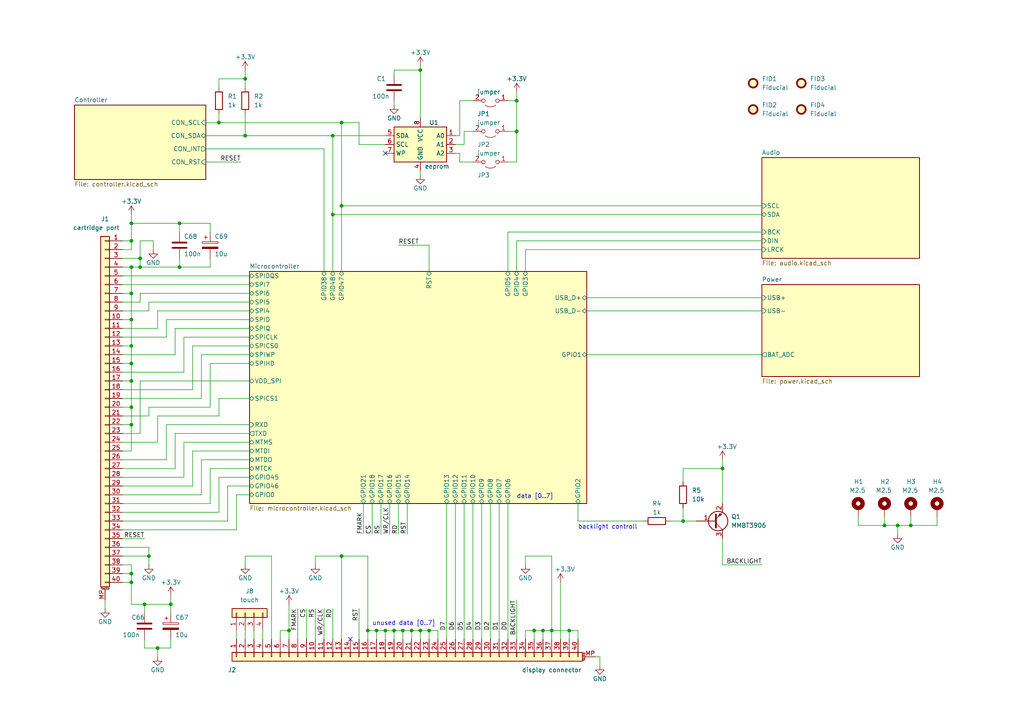
<source format=kicad_sch>
(kicad_sch (version 20211123) (generator eeschema)
  (paper "A4")
  (title_block (title "AirBoy") (date "2023-03-31") (rev "2.1A") (company "AirBoy Company (Piotr Mijakowski)"))
  (lib_symbols
    (symbol "Connector_Generic:Conn_01x04" (pin_names (offset 1.016) hide)
      (property "Reference" "J" (at 0 5.08 0))
      (property "Value" "Conn_01x04" (at 0 -7.62 0))
      (symbol "Conn_01x04_1_1"
        (rectangle (start -1.27 -4.953) (end 0 -5.207) (stroke (width 0.1524)))
        (rectangle (start -1.27 -2.413) (end 0 -2.667) (stroke (width 0.1524)))
        (rectangle (start -1.27 0.127) (end 0 -0.127) (stroke (width 0.1524)))
        (rectangle (start -1.27 2.667) (end 0 2.413) (stroke (width 0.1524)))
        (rectangle (start -1.27 3.81) (end 1.27 -6.35) (stroke (width 0.254)) (fill (type background)))
        (pin passive line (at -5.08 2.54 0) (length 3.81) (name "Pin_1") (number "1"))
        (pin passive line (at -5.08 0 0) (length 3.81) (name "Pin_2") (number "2"))
        (pin passive line (at -5.08 -2.54 0) (length 3.81) (name "Pin_3") (number "3"))
        (pin passive line (at -5.08 -5.08 0) (length 3.81) (name "Pin_4") (number "4"))
      )
    )
    (symbol "Connector_Generic_MountingPin:Conn_01x40_MountingPin" (pin_names (offset 1.016) hide)
      (property "Reference" "J" (at 0 50.8 0))
      (property "Value" "Conn_01x40_MountingPin" (at 1.27 -53.34 0))
      (symbol "Conn_01x40_MountingPin_1_1"
        (rectangle (start -1.27 -50.673) (end 0 -50.927) (stroke (width 0.1524)))
        (rectangle (start -1.27 -48.133) (end 0 -48.387) (stroke (width 0.1524)))
        (rectangle (start -1.27 -45.593) (end 0 -45.847) (stroke (width 0.1524)))
        (rectangle (start -1.27 -43.053) (end 0 -43.307) (stroke (width 0.1524)))
        (rectangle (start -1.27 -40.513) (end 0 -40.767) (stroke (width 0.1524)))
        (rectangle (start -1.27 -37.973) (end 0 -38.227) (stroke (width 0.1524)))
        (rectangle (start -1.27 -35.433) (end 0 -35.687) (stroke (width 0.1524)))
        (rectangle (start -1.27 -32.893) (end 0 -33.147) (stroke (width 0.1524)))
        (rectangle (start -1.27 -30.353) (end 0 -30.607) (stroke (width 0.1524)))
        (rectangle (start -1.27 -27.813) (end 0 -28.067) (stroke (width 0.1524)))
        (rectangle (start -1.27 -25.273) (end 0 -25.527) (stroke (width 0.1524)))
        (rectangle (start -1.27 -22.733) (end 0 -22.987) (stroke (width 0.1524)))
        (rectangle (start -1.27 -20.193) (end 0 -20.447) (stroke (width 0.1524)))
        (rectangle (start -1.27 -17.653) (end 0 -17.907) (stroke (width 0.1524)))
        (rectangle (start -1.27 -15.113) (end 0 -15.367) (stroke (width 0.1524)))
        (rectangle (start -1.27 -12.573) (end 0 -12.827) (stroke (width 0.1524)))
        (rectangle (start -1.27 -10.033) (end 0 -10.287) (stroke (width 0.1524)))
        (rectangle (start -1.27 -7.493) (end 0 -7.747) (stroke (width 0.1524)))
        (rectangle (start -1.27 -4.953) (end 0 -5.207) (stroke (width 0.1524)))
        (rectangle (start -1.27 -2.413) (end 0 -2.667) (stroke (width 0.1524)))
        (rectangle (start -1.27 0.127) (end 0 -0.127) (stroke (width 0.1524)))
        (rectangle (start -1.27 2.667) (end 0 2.413) (stroke (width 0.1524)))
        (rectangle (start -1.27 5.207) (end 0 4.953) (stroke (width 0.1524)))
        (rectangle (start -1.27 7.747) (end 0 7.493) (stroke (width 0.1524)))
        (rectangle (start -1.27 10.287) (end 0 10.033) (stroke (width 0.1524)))
        (rectangle (start -1.27 12.827) (end 0 12.573) (stroke (width 0.1524)))
        (rectangle (start -1.27 15.367) (end 0 15.113) (stroke (width 0.1524)))
        (rectangle (start -1.27 17.907) (end 0 17.653) (stroke (width 0.1524)))
        (rectangle (start -1.27 20.447) (end 0 20.193) (stroke (width 0.1524)))
        (rectangle (start -1.27 22.987) (end 0 22.733) (stroke (width 0.1524)))
        (rectangle (start -1.27 25.527) (end 0 25.273) (stroke (width 0.1524)))
        (rectangle (start -1.27 28.067) (end 0 27.813) (stroke (width 0.1524)))
        (rectangle (start -1.27 30.607) (end 0 30.353) (stroke (width 0.1524)))
        (rectangle (start -1.27 33.147) (end 0 32.893) (stroke (width 0.1524)))
        (rectangle (start -1.27 35.687) (end 0 35.433) (stroke (width 0.1524)))
        (rectangle (start -1.27 38.227) (end 0 37.973) (stroke (width 0.1524)))
        (rectangle (start -1.27 40.767) (end 0 40.513) (stroke (width 0.1524)))
        (rectangle (start -1.27 43.307) (end 0 43.053) (stroke (width 0.1524)))
        (rectangle (start -1.27 45.847) (end 0 45.593) (stroke (width 0.1524)))
        (rectangle (start -1.27 48.387) (end 0 48.133) (stroke (width 0.1524)))
        (rectangle (start -1.27 49.53) (end 1.27 -52.07) (stroke (width 0.254)) (fill (type background)))
        (polyline (pts (xy -1.016 -52.832) (xy 1.016 -52.832)) (stroke (width 0.1524)))
        (text "Mounting" (at 0 -52.451 0) (effects (font (size 0.381 0.381))))
        (pin passive line (at -5.08 48.26 0) (length 3.81) (name "Pin_1") (number "1"))
        (pin passive line (at -5.08 25.4 0) (length 3.81) (name "Pin_10") (number "10"))
        (pin passive line (at -5.08 22.86 0) (length 3.81) (name "Pin_11") (number "11"))
        (pin passive line (at -5.08 20.32 0) (length 3.81) (name "Pin_12") (number "12"))
        (pin passive line (at -5.08 17.78 0) (length 3.81) (name "Pin_13") (number "13"))
        (pin passive line (at -5.08 15.24 0) (length 3.81) (name "Pin_14") (number "14"))
        (pin passive line (at -5.08 12.7 0) (length 3.81) (name "Pin_15") (number "15"))
        (pin passive line (at -5.08 10.16 0) (length 3.81) (name "Pin_16") (number "16"))
        (pin passive line (at -5.08 7.62 0) (length 3.81) (name "Pin_17") (number "17"))
        (pin passive line (at -5.08 5.08 0) (length 3.81) (name "Pin_18") (number "18"))
        (pin passive line (at -5.08 2.54 0) (length 3.81) (name "Pin_19") (number "19"))
        (pin passive line (at -5.08 45.72 0) (length 3.81) (name "Pin_2") (number "2"))
        (pin passive line (at -5.08 0 0) (length 3.81) (name "Pin_20") (number "20"))
        (pin passive line (at -5.08 -2.54 0) (length 3.81) (name "Pin_21") (number "21"))
        (pin passive line (at -5.08 -5.08 0) (length 3.81) (name "Pin_22") (number "22"))
        (pin passive line (at -5.08 -7.62 0) (length 3.81) (name "Pin_23") (number "23"))
        (pin passive line (at -5.08 -10.16 0) (length 3.81) (name "Pin_24") (number "24"))
        (pin passive line (at -5.08 -12.7 0) (length 3.81) (name "Pin_25") (number "25"))
        (pin passive line (at -5.08 -15.24 0) (length 3.81) (name "Pin_26") (number "26"))
        (pin passive line (at -5.08 -17.78 0) (length 3.81) (name "Pin_27") (number "27"))
        (pin passive line (at -5.08 -20.32 0) (length 3.81) (name "Pin_28") (number "28"))
        (pin passive line (at -5.08 -22.86 0) (length 3.81) (name "Pin_29") (number "29"))
        (pin passive line (at -5.08 43.18 0) (length 3.81) (name "Pin_3") (number "3"))
        (pin passive line (at -5.08 -25.4 0) (length 3.81) (name "Pin_30") (number "30"))
        (pin passive line (at -5.08 -27.94 0) (length 3.81) (name "Pin_31") (number "31"))
        (pin passive line (at -5.08 -30.48 0) (length 3.81) (name "Pin_32") (number "32"))
        (pin passive line (at -5.08 -33.02 0) (length 3.81) (name "Pin_33") (number "33"))
        (pin passive line (at -5.08 -35.56 0) (length 3.81) (name "Pin_34") (number "34"))
        (pin passive line (at -5.08 -38.1 0) (length 3.81) (name "Pin_35") (number "35"))
        (pin passive line (at -5.08 -40.64 0) (length 3.81) (name "Pin_36") (number "36"))
        (pin passive line (at -5.08 -43.18 0) (length 3.81) (name "Pin_37") (number "37"))
        (pin passive line (at -5.08 -45.72 0) (length 3.81) (name "Pin_38") (number "38"))
        (pin passive line (at -5.08 -48.26 0) (length 3.81) (name "Pin_39") (number "39"))
        (pin passive line (at -5.08 40.64 0) (length 3.81) (name "Pin_4") (number "4"))
        (pin passive line (at -5.08 -50.8 0) (length 3.81) (name "Pin_40") (number "40"))
        (pin passive line (at -5.08 38.1 0) (length 3.81) (name "Pin_5") (number "5"))
        (pin passive line (at -5.08 35.56 0) (length 3.81) (name "Pin_6") (number "6"))
        (pin passive line (at -5.08 33.02 0) (length 3.81) (name "Pin_7") (number "7"))
        (pin passive line (at -5.08 30.48 0) (length 3.81) (name "Pin_8") (number "8"))
        (pin passive line (at -5.08 27.94 0) (length 3.81) (name "Pin_9") (number "9"))
        (pin passive line (at 0 -55.88 90) (length 3.048) (name "MountPin") (number "MP"))
      )
    )
    (symbol "Device:C" (pin_numbers hide) (pin_names (offset 0.254))
      (property "Reference" "C" (at 0.635 2.54 0))
      (property "Value" "C" (at 0.635 -2.54 0))
      (symbol "C_0_1"
        (polyline (pts (xy -2.032 -0.762) (xy 2.032 -0.762)) (stroke (width 0.508)))
        (polyline (pts (xy -2.032 0.762) (xy 2.032 0.762)) (stroke (width 0.508)))
      )
      (symbol "C_1_1"
        (pin passive line (at 0 3.81 270) (length 2.794) (name "~") (number "1"))
        (pin passive line (at 0 -3.81 90) (length 2.794) (name "~") (number "2"))
      )
    )
    (symbol "Device:C_Polarized" (pin_numbers hide) (pin_names (offset 0.254))
      (property "Reference" "C" (at 0.635 2.54 0))
      (property "Value" "C_Polarized" (at 0.635 -2.54 0))
      (symbol "C_Polarized_0_1"
        (rectangle (start -2.286 0.508) (end 2.286 1.016))
        (polyline (pts (xy -1.778 2.286) (xy -0.762 2.286)))
        (polyline (pts (xy -1.27 2.794) (xy -1.27 1.778)))
        (rectangle (start 2.286 -0.508) (end -2.286 -1.016) (fill (type outline)))
      )
      (symbol "C_Polarized_1_1"
        (pin passive line (at 0 3.81 270) (length 2.794) (name "~") (number "1"))
        (pin passive line (at 0 -3.81 90) (length 2.794) (name "~") (number "2"))
      )
    )
    (symbol "Device:R" (pin_numbers hide) (pin_names (offset 0))
      (property "Reference" "R" (at 2.032 0 90))
      (property "Value" "R" (at 0 0 90))
      (symbol "R_0_1"
        (rectangle (start -1.016 -2.54) (end 1.016 2.54) (stroke (width 0.254)))
      )
      (symbol "R_1_1"
        (pin passive line (at 0 3.81 270) (length 1.27) (name "~") (number "1"))
        (pin passive line (at 0 -3.81 90) (length 1.27) (name "~") (number "2"))
      )
    )
    (symbol "Jumper:Jumper_2_Open" (pin_names (offset 0) hide)
      (property "Reference" "JP" (at 0 2.794 0))
      (property "Value" "Jumper_2_Open" (at 0 -2.286 0))
      (symbol "Jumper_2_Open_0_0"
        (circle (center -2.032 0) (radius 0.508))
        (circle (center 2.032 0) (radius 0.508))
      )
      (symbol "Jumper_2_Open_0_1"
        (arc (start 1.524 1.27) (mid 0 1.778) (end -1.524 1.27))
      )
      (symbol "Jumper_2_Open_1_1"
        (pin passive line (at -5.08 0 0) (length 2.54) (name "A") (number "1"))
        (pin passive line (at 5.08 0 180) (length 2.54) (name "B") (number "2"))
      )
    )
    (symbol "Mechanical:Fiducial"
      (property "Reference" "FID" (at 0 5.08 0))
      (property "Value" "Fiducial" (at 0 3.175 0))
      (symbol "Fiducial_0_1"
        (circle (center 0 0) (radius 1.27) (stroke (width 0.508)) (fill (type background)))
      )
    )
    (symbol "Mechanical:MountingHole_Pad" (pin_numbers hide) (pin_names (offset 1.016) hide)
      (property "Reference" "H" (at 0 6.35 0))
      (property "Value" "MountingHole_Pad" (at 0 4.445 0))
      (symbol "MountingHole_Pad_0_1"
        (circle (center 0 1.27) (radius 1.27) (stroke (width 1.27)))
      )
      (symbol "MountingHole_Pad_1_1"
        (pin input line (at 0 -2.54 90) (length 2.54) (name "1") (number "1"))
      )
    )
    (symbol "Memory_EEPROM:24LC128"
      (property "Reference" "U" (at -6.35 6.35 0))
      (property "Value" "24LC128" (at 1.27 6.35 0))
      (symbol "24LC128_1_1"
        (rectangle (start -7.62 5.08) (end 7.62 -5.08) (stroke (width 0.254)) (fill (type background)))
        (pin input line (at -10.16 2.54 0) (length 2.54) (name "A0") (number "1"))
        (pin input line (at -10.16 0 0) (length 2.54) (name "A1") (number "2"))
        (pin input line (at -10.16 -2.54 0) (length 2.54) (name "A2") (number "3"))
        (pin power_in line (at 0 -7.62 90) (length 2.54) (name "GND") (number "4"))
        (pin bidirectional line (at 10.16 2.54 180) (length 2.54) (name "SDA") (number "5"))
        (pin input line (at 10.16 0 180) (length 2.54) (name "SCL") (number "6"))
        (pin input line (at 10.16 -2.54 180) (length 2.54) (name "WP") (number "7"))
        (pin power_in line (at 0 7.62 270) (length 2.54) (name "VCC") (number "8"))
      )
    )
    (symbol "Transistor_BJT:MMBT3906" (pin_names (offset 0) hide)
      (property "Reference" "Q" (at 5.08 1.905 0))
      (property "Value" "MMBT3906" (at 5.08 0 0))
      (symbol "MMBT3906_0_1"
        (polyline (pts (xy 0.635 0.635) (xy 2.54 2.54)))
        (polyline (pts (xy 0.635 -0.635) (xy 2.54 -2.54) (xy 2.54 -2.54)))
        (polyline (pts (xy 0.635 1.905) (xy 0.635 -1.905) (xy 0.635 -1.905)) (stroke (width 0.508)))
        (polyline (pts (xy 2.286 -1.778) (xy 1.778 -2.286) (xy 1.27 -1.27) (xy 2.286 -1.778) (xy 2.286 -1.778)) (fill (type outline)))
        (circle (center 1.27 0) (radius 2.8194) (stroke (width 0.254)))
      )
      (symbol "MMBT3906_1_1"
        (pin input line (at -5.08 0 0) (length 5.715) (name "B") (number "1"))
        (pin passive line (at 2.54 -5.08 90) (length 2.54) (name "E") (number "2"))
        (pin passive line (at 2.54 5.08 270) (length 2.54) (name "C") (number "3"))
      )
    )
    (symbol "power:+3.3V" (power) (pin_names (offset 0))
      (property "Value" "+3.3V" (at 0 3.556 0))
      (symbol "+3.3V_0_1"
        (polyline (pts (xy -0.762 1.27) (xy 0 2.54)))
        (polyline (pts (xy 0 0) (xy 0 2.54)))
        (polyline (pts (xy 0 2.54) (xy 0.762 1.27)))
      )
      (symbol "+3.3V_1_1"
        (pin power_in line (at 0 0 90) (length 0) hide (name "+3.3V") (number "1"))
      )
    )
    (symbol "power:GND" (power) (pin_names (offset 0))
      (property "Value" "GND" (at 0 -3.81 0))
      (symbol "GND_0_1"
        (polyline (pts (xy 0 0) (xy 0 -1.27) (xy 1.27 -1.27) (xy 0 -2.54) (xy -1.27 -1.27) (xy 0 -1.27)))
      )
      (symbol "GND_1_1"
        (pin power_in line (at 0 0 270) (length 0) hide (name "GND") (number "1"))
      )
    )
  )
  (junction (at 41.91 175.26))
  (junction (at 38.1 85.09))
  (junction (at 71.12 22.86))
  (junction (at 52.07 77.47))
  (junction (at 38.1 77.47))
  (junction (at 63.5 35.56))
  (junction (at 96.52 39.37))
  (junction (at 38.1 92.71))
  (junction (at 121.92 20.32))
  (junction (at 165.1 182.88))
  (junction (at 38.1 64.77))
  (junction (at 38.1 105.41))
  (junction (at 38.1 168.91))
  (junction (at 38.1 118.11))
  (junction (at 38.1 100.33))
  (junction (at 99.06 35.56))
  (junction (at 256.54 152.4))
  (junction (at 114.3 182.88))
  (junction (at 111.76 182.88))
  (junction (at 45.72 187.96))
  (junction (at 209.55 135.89))
  (junction (at 124.46 182.88))
  (junction (at 149.86 29.21))
  (junction (at 119.38 182.88))
  (junction (at 38.1 69.85))
  (junction (at 40.64 77.47))
  (junction (at 109.22 182.88))
  (junction (at 260.35 152.4))
  (junction (at 106.68 182.88))
  (junction (at 121.92 182.88))
  (junction (at 99.06 161.29))
  (junction (at 96.52 62.23))
  (junction (at 43.18 161.29))
  (junction (at 40.64 74.93))
  (junction (at 264.16 152.4))
  (junction (at 149.86 38.1))
  (junction (at 160.02 182.88))
  (junction (at 154.94 182.88))
  (junction (at 71.12 39.37))
  (junction (at 83.82 182.88))
  (junction (at 49.53 175.26))
  (junction (at 198.12 151.13))
  (junction (at 99.06 59.69))
  (junction (at 52.07 64.77))
  (junction (at 157.48 182.88))
  (junction (at 38.1 110.49))
  (junction (at 38.1 123.19))
  (junction (at 38.1 166.37))
  (junction (at 116.84 182.88))
  (no_connect (at 101.6 185.42))
  (no_connect (at 111.76 44.45))
  (wire (pts (xy 35.56 113.03) (xy 55.88 113.03)))
  (wire (pts (xy 44.45 69.85) (xy 44.45 72.39)))
  (wire (pts (xy 45.72 95.25) (xy 45.72 90.17)))
  (wire (pts (xy 113.03 146.05) (xy 113.03 154.94)))
  (wire (pts (xy 35.56 140.97) (xy 55.88 140.97)))
  (wire (pts (xy 111.76 182.88) (xy 114.3 182.88)))
  (wire (pts (xy 59.69 39.37) (xy 71.12 39.37)))
  (wire (pts (xy 63.5 115.57) (xy 63.5 120.65)))
  (wire (pts (xy 72.39 87.63) (xy 43.18 87.63)))
  (wire (pts (xy 38.1 100.33) (xy 38.1 92.71)))
  (wire (pts (xy 35.56 130.81) (xy 38.1 130.81)))
  (wire (pts (xy 96.52 62.23) (xy 220.98 62.23)))
  (wire (pts (xy 72.39 135.89) (xy 60.96 135.89)))
  (wire (pts (xy 40.64 69.85) (xy 44.45 69.85)))
  (wire (pts (xy 38.1 163.83) (xy 38.1 166.37)))
  (wire (pts (xy 35.56 148.59) (xy 63.5 148.59)))
  (wire (pts (xy 104.14 41.91) (xy 111.76 41.91)))
  (wire (pts (xy 38.1 105.41) (xy 38.1 100.33)))
  (wire (pts (xy 43.18 90.17) (xy 35.56 90.17)))
  (wire (pts (xy 53.34 138.43) (xy 53.34 128.27)))
  (wire (pts (xy 83.82 175.26) (xy 83.82 182.88)))
  (wire (pts (xy 38.1 110.49) (xy 38.1 105.41)))
  (wire (pts (xy 43.18 161.29) (xy 43.18 158.75)))
  (wire (pts (xy 35.56 107.95) (xy 53.34 107.95)))
  (wire (pts (xy 30.48 173.99) (xy 30.48 176.53)))
  (wire (pts (xy 167.64 146.05) (xy 167.64 151.13)))
  (wire (pts (xy 149.86 173.99) (xy 149.86 185.42)))
  (wire (pts (xy 154.94 182.88) (xy 157.48 182.88)))
  (wire (pts (xy 109.22 185.42) (xy 109.22 182.88)))
  (wire (pts (xy 48.26 123.19) (xy 48.26 133.35)))
  (wire (pts (xy 72.39 102.87) (xy 58.42 102.87)))
  (wire (pts (xy 137.16 146.05) (xy 137.16 185.42)))
  (wire (pts (xy 149.86 38.1) (xy 149.86 46.99)))
  (wire (pts (xy 115.57 146.05) (xy 115.57 154.94)))
  (wire (pts (xy 134.62 146.05) (xy 134.62 185.42)))
  (wire (pts (xy 45.72 128.27) (xy 35.56 128.27)))
  (wire (pts (xy 35.56 163.83) (xy 38.1 163.83)))
  (wire (pts (xy 139.7 146.05) (xy 139.7 185.42)))
  (wire (pts (xy 96.52 78.74) (xy 96.52 62.23)))
  (wire (pts (xy 35.56 110.49) (xy 38.1 110.49)))
  (wire (pts (xy 147.32 38.1) (xy 149.86 38.1)))
  (wire (pts (xy 38.1 175.26) (xy 41.91 175.26)))
  (wire (pts (xy 40.64 110.49) (xy 40.64 125.73)))
  (wire (pts (xy 121.92 19.05) (xy 121.92 20.32)))
  (wire (pts (xy 115.57 71.12) (xy 124.46 71.12)))
  (wire (pts (xy 73.66 182.88) (xy 73.66 185.42)))
  (wire (pts (xy 147.32 67.31) (xy 220.98 67.31)))
  (wire (pts (xy 38.1 92.71) (xy 38.1 85.09)))
  (wire (pts (xy 81.28 182.88) (xy 83.82 182.88)))
  (wire (pts (xy 40.64 77.47) (xy 52.07 77.47)))
  (wire (pts (xy 83.82 182.88) (xy 83.82 185.42)))
  (wire (pts (xy 38.1 123.19) (xy 38.1 130.81)))
  (wire (pts (xy 35.56 95.25) (xy 45.72 95.25)))
  (wire (pts (xy 40.64 110.49) (xy 72.39 110.49)))
  (wire (pts (xy 72.39 115.57) (xy 63.5 115.57)))
  (wire (pts (xy 72.39 92.71) (xy 48.26 92.71)))
  (wire (pts (xy 149.86 69.85) (xy 149.86 78.74)))
  (wire (pts (xy 198.12 139.7) (xy 198.12 135.89)))
  (wire (pts (xy 35.56 100.33) (xy 38.1 100.33)))
  (wire (pts (xy 41.91 175.26) (xy 49.53 175.26)))
  (wire (pts (xy 35.56 123.19) (xy 38.1 123.19)))
  (wire (pts (xy 35.56 87.63) (xy 40.64 87.63)))
  (wire (pts (xy 114.3 185.42) (xy 114.3 182.88)))
  (wire (pts (xy 38.1 118.11) (xy 38.1 110.49)))
  (wire (pts (xy 260.35 152.4) (xy 260.35 154.94)))
  (wire (pts (xy 35.56 72.39) (xy 38.1 72.39)))
  (wire (pts (xy 152.4 182.88) (xy 154.94 182.88)))
  (wire (pts (xy 63.5 25.4) (xy 63.5 22.86)))
  (wire (pts (xy 124.46 182.88) (xy 121.92 182.88)))
  (wire (pts (xy 78.74 161.29) (xy 71.12 161.29)))
  (wire (pts (xy 52.07 64.77) (xy 38.1 64.77)))
  (wire (pts (xy 106.68 161.29) (xy 99.06 161.29)))
  (wire (pts (xy 58.42 102.87) (xy 58.42 115.57)))
  (wire (pts (xy 93.98 43.18) (xy 93.98 78.74)))
  (wire (pts (xy 63.5 148.59) (xy 63.5 138.43)))
  (wire (pts (xy 49.53 175.26) (xy 49.53 177.8)))
  (wire (pts (xy 45.72 187.96) (xy 49.53 187.96)))
  (wire (pts (xy 114.3 21.59) (xy 114.3 20.32)))
  (wire (pts (xy 43.18 87.63) (xy 43.18 90.17)))
  (wire (pts (xy 63.5 22.86) (xy 71.12 22.86)))
  (wire (pts (xy 55.88 130.81) (xy 55.88 140.97)))
  (wire (pts (xy 35.56 153.67) (xy 68.58 153.67)))
  (wire (pts (xy 109.22 182.88) (xy 111.76 182.88)))
  (wire (pts (xy 38.1 168.91) (xy 38.1 166.37)))
  (wire (pts (xy 68.58 143.51) (xy 72.39 143.51)))
  (wire (pts (xy 134.62 41.91) (xy 132.08 41.91)))
  (wire (pts (xy 124.46 185.42) (xy 124.46 182.88)))
  (wire (pts (xy 96.52 62.23) (xy 96.52 39.37)))
  (wire (pts (xy 152.4 161.29) (xy 152.4 163.83)))
  (wire (pts (xy 71.12 22.86) (xy 71.12 25.4)))
  (wire (pts (xy 172.72 190.5) (xy 173.99 190.5)))
  (wire (pts (xy 48.26 123.19) (xy 72.39 123.19)))
  (wire (pts (xy 35.56 158.75) (xy 43.18 158.75)))
  (wire (pts (xy 63.5 120.65) (xy 45.72 120.65)))
  (wire (pts (xy 152.4 185.42) (xy 152.4 182.88)))
  (wire (pts (xy 86.36 176.53) (xy 86.36 185.42)))
  (wire (pts (xy 99.06 35.56) (xy 99.06 59.69)))
  (wire (pts (xy 55.88 100.33) (xy 72.39 100.33)))
  (wire (pts (xy 35.56 133.35) (xy 48.26 133.35)))
  (wire (pts (xy 35.56 92.71) (xy 38.1 92.71)))
  (wire (pts (xy 63.5 138.43) (xy 72.39 138.43)))
  (wire (pts (xy 35.56 77.47) (xy 38.1 77.47)))
  (wire (pts (xy 209.55 135.89) (xy 209.55 146.05)))
  (wire (pts (xy 72.39 140.97) (xy 66.04 140.97)))
  (wire (pts (xy 41.91 175.26) (xy 41.91 177.8)))
  (wire (pts (xy 147.32 146.05) (xy 147.32 185.42)))
  (wire (pts (xy 81.28 185.42) (xy 81.28 182.88)))
  (wire (pts (xy 35.56 168.91) (xy 38.1 168.91)))
  (wire (pts (xy 91.44 176.53) (xy 91.44 185.42)))
  (wire (pts (xy 96.52 176.53) (xy 96.52 185.42)))
  (wire (pts (xy 264.16 152.4) (xy 260.35 152.4)))
  (wire (pts (xy 40.64 87.63) (xy 40.64 85.09)))
  (wire (pts (xy 160.02 182.88) (xy 160.02 185.42)))
  (wire (pts (xy 71.12 20.32) (xy 71.12 22.86)))
  (wire (pts (xy 60.96 146.05) (xy 35.56 146.05)))
  (wire (pts (xy 118.11 146.05) (xy 118.11 154.94)))
  (wire (pts (xy 133.35 39.37) (xy 133.35 29.21)))
  (wire (pts (xy 167.64 185.42) (xy 167.64 182.88)))
  (wire (pts (xy 260.35 152.4) (xy 256.54 152.4)))
  (wire (pts (xy 40.64 77.47) (xy 40.64 74.93)))
  (wire (pts (xy 160.02 161.29) (xy 160.02 182.88)))
  (wire (pts (xy 58.42 143.51) (xy 58.42 133.35)))
  (wire (pts (xy 99.06 59.69) (xy 99.06 78.74)))
  (wire (pts (xy 114.3 182.88) (xy 116.84 182.88)))
  (wire (pts (xy 167.64 182.88) (xy 165.1 182.88)))
  (wire (pts (xy 35.56 74.93) (xy 40.64 74.93)))
  (wire (pts (xy 68.58 153.67) (xy 68.58 143.51)))
  (wire (pts (xy 96.52 39.37) (xy 111.76 39.37)))
  (wire (pts (xy 173.99 190.5) (xy 173.99 193.04)))
  (wire (pts (xy 40.64 85.09) (xy 72.39 85.09)))
  (wire (pts (xy 58.42 115.57) (xy 35.56 115.57)))
  (wire (pts (xy 121.92 182.88) (xy 119.38 182.88)))
  (wire (pts (xy 256.54 152.4) (xy 248.92 152.4)))
  (wire (pts (xy 271.78 149.86) (xy 271.78 152.4)))
  (wire (pts (xy 157.48 182.88) (xy 157.48 185.42)))
  (wire (pts (xy 68.58 182.88) (xy 68.58 185.42)))
  (wire (pts (xy 38.1 168.91) (xy 38.1 175.26)))
  (wire (pts (xy 38.1 77.47) (xy 40.64 77.47)))
  (wire (pts (xy 160.02 161.29) (xy 152.4 161.29)))
  (wire (pts (xy 48.26 92.71) (xy 48.26 97.79)))
  (wire (pts (xy 59.69 46.99) (xy 69.85 46.99)))
  (wire (pts (xy 38.1 166.37) (xy 35.56 166.37)))
  (wire (pts (xy 198.12 135.89) (xy 209.55 135.89)))
  (wire (pts (xy 134.62 38.1) (xy 134.62 41.91)))
  (wire (pts (xy 137.16 38.1) (xy 134.62 38.1)))
  (wire (pts (xy 60.96 105.41) (xy 72.39 105.41)))
  (wire (pts (xy 38.1 64.77) (xy 38.1 69.85)))
  (wire (pts (xy 52.07 77.47) (xy 60.96 77.47)))
  (wire (pts (xy 154.94 182.88) (xy 154.94 185.42)))
  (wire (pts (xy 152.4 72.39) (xy 152.4 78.74)))
  (wire (pts (xy 264.16 149.86) (xy 264.16 152.4)))
  (wire (pts (xy 49.53 187.96) (xy 49.53 185.42)))
  (wire (pts (xy 165.1 182.88) (xy 165.1 185.42)))
  (wire (pts (xy 71.12 39.37) (xy 71.12 33.02)))
  (wire (pts (xy 63.5 33.02) (xy 63.5 35.56)))
  (wire (pts (xy 99.06 185.42) (xy 99.06 161.29)))
  (wire (pts (xy 99.06 161.29) (xy 91.44 161.29)))
  (wire (pts (xy 53.34 107.95) (xy 53.34 97.79)))
  (wire (pts (xy 60.96 118.11) (xy 60.96 105.41)))
  (wire (pts (xy 38.1 62.23) (xy 38.1 64.77)))
  (wire (pts (xy 38.1 85.09) (xy 38.1 77.47)))
  (wire (pts (xy 116.84 182.88) (xy 116.84 185.42)))
  (wire (pts (xy 132.08 39.37) (xy 133.35 39.37)))
  (wire (pts (xy 152.4 72.39) (xy 220.98 72.39)))
  (wire (pts (xy 114.3 20.32) (xy 121.92 20.32)))
  (wire (pts (xy 99.06 35.56) (xy 104.14 35.56)))
  (wire (pts (xy 142.24 146.05) (xy 142.24 185.42)))
  (wire (pts (xy 220.98 69.85) (xy 149.86 69.85)))
  (wire (pts (xy 40.64 69.85) (xy 40.64 74.93)))
  (wire (pts (xy 170.18 86.36) (xy 220.98 86.36)))
  (wire (pts (xy 119.38 185.42) (xy 119.38 182.88)))
  (wire (pts (xy 52.07 64.77) (xy 52.07 67.31)))
  (wire (pts (xy 149.86 46.99) (xy 147.32 46.99)))
  (wire (pts (xy 121.92 49.53) (xy 121.92 50.8)))
  (wire (pts (xy 72.39 130.81) (xy 55.88 130.81)))
  (wire (pts (xy 149.86 29.21) (xy 149.86 26.67)))
  (wire (pts (xy 119.38 182.88) (xy 116.84 182.88)))
  (wire (pts (xy 45.72 90.17) (xy 72.39 90.17)))
  (wire (pts (xy 167.64 151.13) (xy 186.69 151.13)))
  (wire (pts (xy 45.72 120.65) (xy 45.72 128.27)))
  (wire (pts (xy 66.04 151.13) (xy 35.56 151.13)))
  (wire (pts (xy 271.78 152.4) (xy 264.16 152.4)))
  (wire (pts (xy 147.32 29.21) (xy 149.86 29.21)))
  (wire (pts (xy 40.64 125.73) (xy 35.56 125.73)))
  (wire (pts (xy 99.06 59.69) (xy 220.98 59.69)))
  (wire (pts (xy 41.91 187.96) (xy 45.72 187.96)))
  (wire (pts (xy 45.72 187.96) (xy 45.72 190.5)))
  (wire (pts (xy 248.92 149.86) (xy 248.92 152.4)))
  (wire (pts (xy 78.74 185.42) (xy 78.74 161.29)))
  (wire (pts (xy 132.08 44.45) (xy 133.35 44.45)))
  (wire (pts (xy 60.96 77.47) (xy 60.96 74.93)))
  (wire (pts (xy 133.35 29.21) (xy 137.16 29.21)))
  (wire (pts (xy 209.55 133.35) (xy 209.55 135.89)))
  (wire (pts (xy 63.5 35.56) (xy 99.06 35.56)))
  (wire (pts (xy 105.41 146.05) (xy 105.41 154.94)))
  (wire (pts (xy 93.98 176.53) (xy 93.98 185.42)))
  (wire (pts (xy 35.56 138.43) (xy 53.34 138.43)))
  (wire (pts (xy 55.88 113.03) (xy 55.88 100.33)))
  (wire (pts (xy 48.26 97.79) (xy 35.56 97.79)))
  (wire (pts (xy 132.08 146.05) (xy 132.08 185.42)))
  (wire (pts (xy 88.9 176.53) (xy 88.9 185.42)))
  (wire (pts (xy 35.56 102.87) (xy 50.8 102.87)))
  (wire (pts (xy 133.35 44.45) (xy 133.35 46.99)))
  (wire (pts (xy 106.68 185.42) (xy 106.68 182.88)))
  (wire (pts (xy 50.8 125.73) (xy 50.8 135.89)))
  (wire (pts (xy 60.96 135.89) (xy 60.96 146.05)))
  (wire (pts (xy 63.5 35.56) (xy 59.69 35.56)))
  (wire (pts (xy 127 185.42) (xy 127 182.88)))
  (wire (pts (xy 124.46 71.12) (xy 124.46 78.74)))
  (wire (pts (xy 147.32 78.74) (xy 147.32 67.31)))
  (wire (pts (xy 194.31 151.13) (xy 198.12 151.13)))
  (wire (pts (xy 162.56 168.91) (xy 162.56 185.42)))
  (wire (pts (xy 35.56 118.11) (xy 38.1 118.11)))
  (wire (pts (xy 50.8 95.25) (xy 72.39 95.25)))
  (wire (pts (xy 53.34 97.79) (xy 72.39 97.79)))
  (wire (pts (xy 209.55 156.21) (xy 209.55 163.83)))
  (wire (pts (xy 35.56 82.55) (xy 72.39 82.55)))
  (wire (pts (xy 50.8 102.87) (xy 50.8 95.25)))
  (wire (pts (xy 149.86 29.21) (xy 149.86 38.1)))
  (wire (pts (xy 35.56 143.51) (xy 58.42 143.51)))
  (wire (pts (xy 201.93 151.13) (xy 198.12 151.13)))
  (wire (pts (xy 60.96 118.11) (xy 43.18 118.11)))
  (wire (pts (xy 53.34 128.27) (xy 72.39 128.27)))
  (wire (pts (xy 59.69 43.18) (xy 93.98 43.18)))
  (wire (pts (xy 52.07 64.77) (xy 60.96 64.77)))
  (wire (pts (xy 35.56 161.29) (xy 43.18 161.29)))
  (wire (pts (xy 121.92 20.32) (xy 121.92 34.29)))
  (wire (pts (xy 41.91 185.42) (xy 41.91 187.96)))
  (wire (pts (xy 38.1 69.85) (xy 38.1 72.39)))
  (wire (pts (xy 96.52 39.37) (xy 71.12 39.37)))
  (wire (pts (xy 114.3 29.21) (xy 114.3 30.48)))
  (wire (pts (xy 35.56 80.01) (xy 72.39 80.01)))
  (wire (pts (xy 256.54 149.86) (xy 256.54 152.4)))
  (wire (pts (xy 71.12 182.88) (xy 71.12 185.42)))
  (wire (pts (xy 127 182.88) (xy 124.46 182.88)))
  (wire (pts (xy 121.92 185.42) (xy 121.92 182.88)))
  (wire (pts (xy 198.12 151.13) (xy 198.12 147.32)))
  (wire (pts (xy 38.1 118.11) (xy 38.1 123.19)))
  (wire (pts (xy 170.18 90.17) (xy 220.98 90.17)))
  (wire (pts (xy 52.07 77.47) (xy 52.07 74.93)))
  (wire (pts (xy 160.02 182.88) (xy 165.1 182.88)))
  (wire (pts (xy 35.56 156.21) (xy 41.91 156.21)))
  (wire (pts (xy 58.42 133.35) (xy 72.39 133.35)))
  (wire (pts (xy 157.48 182.88) (xy 160.02 182.88)))
  (wire (pts (xy 43.18 161.29) (xy 43.18 163.83)))
  (wire (pts (xy 104.14 176.53) (xy 104.14 185.42)))
  (wire (pts (xy 35.56 69.85) (xy 38.1 69.85)))
  (wire (pts (xy 72.39 125.73) (xy 50.8 125.73)))
  (wire (pts (xy 111.76 182.88) (xy 111.76 185.42)))
  (wire (pts (xy 43.18 118.11) (xy 43.18 120.65)))
  (wire (pts (xy 107.95 146.05) (xy 107.95 154.94)))
  (wire (pts (xy 209.55 163.83) (xy 220.98 163.83)))
  (wire (pts (xy 110.49 146.05) (xy 110.49 154.94)))
  (wire (pts (xy 49.53 172.72) (xy 49.53 175.26)))
  (wire (pts (xy 60.96 67.31) (xy 60.96 64.77)))
  (wire (pts (xy 129.54 146.05) (xy 129.54 185.42)))
  (wire (pts (xy 91.44 161.29) (xy 91.44 163.83)))
  (wire (pts (xy 50.8 135.89) (xy 35.56 135.89)))
  (wire (pts (xy 66.04 140.97) (xy 66.04 151.13)))
  (wire (pts (xy 35.56 120.65) (xy 43.18 120.65)))
  (wire (pts (xy 106.68 182.88) (xy 106.68 161.29)))
  (wire (pts (xy 144.78 146.05) (xy 144.78 185.42)))
  (wire (pts (xy 35.56 85.09) (xy 38.1 85.09)))
  (wire (pts (xy 133.35 46.99) (xy 137.16 46.99)))
  (wire (pts (xy 35.56 105.41) (xy 38.1 105.41)))
  (wire (pts (xy 71.12 161.29) (xy 71.12 163.83)))
  (wire (pts (xy 104.14 35.56) (xy 104.14 41.91)))
  (wire (pts (xy 76.2 182.88) (xy 76.2 185.42)))
  (wire (pts (xy 170.18 102.87) (xy 220.98 102.87)))
  (wire (pts (xy 106.68 182.88) (xy 109.22 182.88)))
  (text "backlight controll" (at 167.64 153.67 0) (effects (font (size 1.27 1.27)) (justify left bottom)))
  (text "unused data [0..7]" (at 107.95 181.61 0) (effects (font (size 1.27 1.27)) (justify left bottom)))
  (text "data [0..7]" (at 149.86 144.78 0) (effects (font (size 1.27 1.27)) (justify left bottom)))
  (label "WR{slash}CLK" (at 93.98 176.53 270))
  (label "BACKLIGHT" (at 220.98 163.83 180))
  (label "RESET" (at 69.85 46.99 180))
  (label "RD" (at 115.57 154.94 90))
  (label "D4" (at 137.16 182.88 90))
  (label "RESET" (at 115.57 71.12 0))
  (label "CS" (at 88.9 176.53 270))
  (label "D3" (at 139.7 182.88 90))
  (label "WR{slash}CLK" (at 113.03 154.94 90))
  (label "RST" (at 104.14 176.53 270))
  (label "RST" (at 118.11 154.94 90))
  (label "RS" (at 91.44 176.53 270))
  (label "BACKLIGHT" (at 149.86 173.99 270))
  (label "CS" (at 107.95 154.94 90))
  (label "D7" (at 129.54 182.88 90))
  (label "FMARK" (at 86.36 176.53 270))
  (label "D5" (at 134.62 182.88 90))
  (label "RS" (at 110.49 154.94 90))
  (label "D1" (at 144.78 182.88 90))
  (label "D2" (at 142.24 182.88 90))
  (label "RESET" (at 41.91 156.21 180))
  (label "RD" (at 96.52 176.53 270))
  (label "D6" (at 132.08 182.88 90))
  (label "D0" (at 147.32 182.88 90))
  (label "FMARK" (at 105.41 154.94 90))
  (symbol (lib_id "Mechanical:Fiducial") (at 232.41 24.13 0) (unit 1)
    (property "Reference" "FID3" (at 234.95 22.8599 0) (effects (justify left)))
    (property "Value" "Fiducial" (at 234.95 25.3999 0) (effects (justify left)))
    (property "Footprint" "Fiducial:Fiducial_1mm_Mask3mm" (effects hide))
  )
  (symbol (lib_id "Mechanical:Fiducial") (at 218.44 24.13 0) (unit 1)
    (property "Reference" "FID1" (at 220.98 22.8599 0) (effects (justify left)))
    (property "Value" "Fiducial" (at 220.98 25.3999 0) (effects (justify left)))
    (property "Footprint" "Fiducial:Fiducial_1mm_Mask3mm" (effects hide))
  )
  (symbol (lib_id "Jumper:Jumper_2_Open") (at 142.24 38.1 180) (unit 1)
    (property "Reference" "JP2" (at 138.43 41.91 0) (effects (justify right)))
    (property "Value" "jumper" (at 138.43 35.56 0) (effects (justify right)))
    (property "Footprint" "Jumper:SolderJumper-2_P1.3mm_Open_RoundedPad1.0x1.5mm" (effects hide))
  )
  (symbol (lib_id "Device:C") (at 41.91 181.61 0) (unit 1)
    (property "Reference" "C66" (at 38.1 179.07 0) (effects (justify left)))
    (property "Value" "100n" (at 35.56 184.15 0) (effects (justify left)))
    (property "Footprint" "Capacitor_SMD:C_0603_1608Metric_Pad1.08x0.95mm_HandSolder" (effects hide))
  )
  (symbol (lib_id "power:+3.3V") (at 162.56 168.91 0) (unit 1)
    (property "Reference" "#PWR015" (effects hide))
    (property "Value" "+3.3V" (at 163.83 165.1 0))
  )
  (symbol (lib_id "power:+3.3V") (at 49.53 172.72 0) (unit 1)
    (property "Reference" "#PWR03" (effects hide))
    (property "Value" "+3.3V" (at 49.53 168.91 0))
  )
  (symbol (lib_id "Device:R") (at 190.5 151.13 90) (unit 1)
    (property "Reference" "R4" (at 190.5 146.05 90))
    (property "Value" "1k" (at 190.5 148.59 90))
    (property "Footprint" "Resistor_SMD:R_0603_1608Metric_Pad0.98x0.95mm_HandSolder" (effects hide))
  )
  (symbol (lib_id "Jumper:Jumper_2_Open") (at 142.24 46.99 180) (unit 1)
    (property "Reference" "JP3" (at 138.43 50.8 0) (effects (justify right)))
    (property "Value" "jumper" (at 138.43 44.45 0) (effects (justify right)))
    (property "Footprint" "Jumper:SolderJumper-2_P1.3mm_Open_RoundedPad1.0x1.5mm" (effects hide))
  )
  (symbol (lib_id "power:+3.3V") (at 209.55 133.35 0) (unit 1)
    (property "Reference" "#PWR017" (effects hide))
    (property "Value" "+3.3V" (at 210.82 129.54 0))
  )
  (symbol (lib_id "power:GND") (at 173.99 193.04 0) (unit 1)
    (property "Reference" "#PWR016" (effects hide))
    (property "Value" "GND" (at 173.99 196.85 0))
  )
  (symbol (lib_id "power:GND") (at 43.18 163.83 0) (unit 1)
    (property "Reference" "#PWR05" (effects hide))
    (property "Value" "GND" (at 43.18 167.64 0))
  )
  (symbol (lib_id "power:GND") (at 260.35 154.94 0) (unit 1)
    (property "Reference" "#PWR018" (effects hide))
    (property "Value" "GND" (at 260.35 158.75 0))
  )
  (symbol (lib_id "power:GND") (at 91.44 163.83 0) (unit 1)
    (property "Reference" "#PWR09" (effects hide))
    (property "Value" "GND" (at 91.44 167.64 0))
  )
  (symbol (lib_id "power:GND") (at 44.45 72.39 0) (unit 1)
    (property "Reference" "#PWR04" (effects hide))
    (property "Value" "GND" (at 44.45 76.2 0))
  )
  (symbol (lib_id "power:GND") (at 30.48 176.53 0) (unit 1)
    (property "Reference" "#PWR01" (effects hide))
    (property "Value" "GND" (at 30.48 180.34 0))
  )
  (symbol (lib_id "Mechanical:MountingHole_Pad") (at 256.54 147.32 0) (unit 1)
    (property "Reference" "H2" (at 255.27 139.7 0) (effects (justify left)))
    (property "Value" "M2.5" (at 254 142.24 0) (effects (justify left)))
    (property "Footprint" "MountingHole:MountingHole_2.7mm_M2.5_Pad" (effects hide))
  )
  (symbol (lib_id "Memory_EEPROM:24LC128") (at 121.92 41.91 0) (mirror y) (unit 1)
    (property "Reference" "U1" (at 124.46 35.56 0) (effects (justify right)))
    (property "Value" "eeprom" (at 123.19 48.26 0) (effects (justify right)))
    (property "Footprint" "Package_SO:SOP-8_3.9x4.9mm_P1.27mm" (effects hide))
    (property "Datasheet" "http://ww1.microchip.com/downloads/en/DeviceDoc/21191s.pdf" (effects hide))
  )
  (symbol (lib_id "Mechanical:Fiducial") (at 218.44 31.75 0) (unit 1)
    (property "Reference" "FID2" (at 220.98 30.4799 0) (effects (justify left)))
    (property "Value" "Fiducial" (at 220.98 33.0199 0) (effects (justify left)))
    (property "Footprint" "Fiducial:Fiducial_1mm_Mask3mm" (effects hide))
  )
  (symbol (lib_id "power:GND") (at 45.72 190.5 0) (unit 1)
    (property "Reference" "#PWR0115" (effects hide))
    (property "Value" "GND" (at 45.72 194.31 0))
  )
  (symbol (lib_id "Device:C_Polarized") (at 49.53 181.61 0) (unit 1)
    (property "Reference" "C67" (at 50.8 179.07 0) (effects (justify left)))
    (property "Value" "10u" (at 50.8 184.15 0) (effects (justify left)))
    (property "Footprint" "Capacitor_Tantalum_SMD:CP_EIA-3216-18_Kemet-A_Pad1.58x1.35mm_HandSolder" (effects hide))
  )
  (symbol (lib_id "Connector_Generic_MountingPin:Conn_01x40_MountingPin") (at 30.48 118.11 0) (mirror y) (unit 1)
    (property "Reference" "J1" (at 30.48 63.5 0))
    (property "Value" "cartridge port" (at 27.94 66.04 0))
    (property "Footprint" "Airboy:connector" (effects hide))
  )
  (symbol (lib_id "Device:R") (at 71.12 29.21 0) (unit 1)
    (property "Reference" "R2" (at 73.66 27.9399 0) (effects (justify left)))
    (property "Value" "1k" (at 73.66 30.4799 0) (effects (justify left)))
    (property "Footprint" "Resistor_SMD:R_0603_1608Metric_Pad0.98x0.95mm_HandSolder" (effects hide))
  )
  (symbol (lib_id "Mechanical:MountingHole_Pad") (at 271.78 147.32 0) (unit 1)
    (property "Reference" "H4" (at 270.51 139.7 0) (effects (justify left)))
    (property "Value" "M2.5" (at 269.24 142.24 0) (effects (justify left)))
    (property "Footprint" "MountingHole:MountingHole_2.7mm_M2.5_Pad" (effects hide))
  )
  (symbol (lib_id "Device:C") (at 114.3 25.4 0) (unit 1)
    (property "Reference" "C1" (at 109.22 22.86 0) (effects (justify left)))
    (property "Value" "100n" (at 107.95 27.94 0) (effects (justify left)))
    (property "Footprint" "Capacitor_SMD:C_0603_1608Metric_Pad1.08x0.95mm_HandSolder" (effects hide))
  )
  (symbol (lib_id "Device:R") (at 63.5 29.21 0) (unit 1)
    (property "Reference" "R1" (at 66.04 27.9399 0) (effects (justify left)))
    (property "Value" "1k" (at 66.04 30.4799 0) (effects (justify left)))
    (property "Footprint" "Resistor_SMD:R_0603_1608Metric_Pad0.98x0.95mm_HandSolder" (effects hide))
  )
  (symbol (lib_id "Mechanical:Fiducial") (at 232.41 31.75 0) (unit 1)
    (property "Reference" "FID4" (at 234.95 30.4799 0) (effects (justify left)))
    (property "Value" "Fiducial" (at 234.95 33.0199 0) (effects (justify left)))
    (property "Footprint" "Fiducial:Fiducial_1mm_Mask3mm" (effects hide))
  )
  (symbol (lib_id "power:GND") (at 152.4 163.83 0) (unit 1)
    (property "Reference" "#PWR014" (effects hide))
    (property "Value" "GND" (at 152.4 167.64 0))
  )
  (symbol (lib_id "Connector_Generic_MountingPin:Conn_01x40_MountingPin") (at 116.84 190.5 90) (mirror x) (unit 1)
    (property "Reference" "J2" (at 67.31 194.31 90))
    (property "Value" "display connector" (at 160.02 194.31 90))
    (property "Footprint" "Connector_FFC-FPC:Hirose_FH12-40S-0.5SH_1x40-1MP_P0.50mm_Horizontal" (effects hide))
  )
  (symbol (lib_id "Device:C") (at 52.07 71.12 0) (unit 1)
    (property "Reference" "C68" (at 53.34 68.58 0) (effects (justify left)))
    (property "Value" "100n" (at 53.34 73.66 0) (effects (justify left)))
    (property "Footprint" "Capacitor_SMD:C_0603_1608Metric_Pad1.08x0.95mm_HandSolder" (effects hide))
  )
  (symbol (lib_id "Mechanical:MountingHole_Pad") (at 248.92 147.32 0) (unit 1)
    (property "Reference" "H1" (at 247.65 139.7 0) (effects (justify left)))
    (property "Value" "M2.5" (at 246.38 142.24 0) (effects (justify left)))
    (property "Footprint" "MountingHole:MountingHole_2.7mm_M2.5_Pad" (effects hide))
  )
  (symbol (lib_id "power:GND") (at 121.92 50.8 0) (unit 1)
    (property "Reference" "#PWR012" (effects hide))
    (property "Value" "GND" (at 121.92 54.61 0))
  )
  (symbol (lib_id "power:GND") (at 114.3 30.48 0) (unit 1)
    (property "Reference" "#PWR010" (effects hide))
    (property "Value" "GND" (at 114.3 34.29 0))
  )
  (symbol (lib_id "power:+3.3V") (at 38.1 62.23 0) (unit 1)
    (property "Reference" "#PWR02" (effects hide))
    (property "Value" "+3.3V" (at 38.1 58.42 0))
  )
  (symbol (lib_id "Device:R") (at 198.12 143.51 0) (unit 1)
    (property "Reference" "R5" (at 200.66 142.2399 0) (effects (justify left)))
    (property "Value" "10k" (at 200.66 144.7799 0) (effects (justify left)))
    (property "Footprint" "Resistor_SMD:R_0603_1608Metric_Pad0.98x0.95mm_HandSolder" (effects hide))
  )
  (symbol (lib_id "power:+3.3V") (at 83.82 175.26 0) (unit 1)
    (property "Reference" "#PWR08" (effects hide))
    (property "Value" "+3.3V" (at 83.82 171.45 0))
  )
  (symbol (lib_id "Device:C_Polarized") (at 60.96 71.12 0) (unit 1)
    (property "Reference" "C69" (at 62.23 68.58 0) (effects (justify left)))
    (property "Value" "10u" (at 62.23 73.66 0) (effects (justify left)))
    (property "Footprint" "Capacitor_Tantalum_SMD:CP_EIA-3216-18_Kemet-A_Pad1.58x1.35mm_HandSolder" (effects hide))
  )
  (symbol (lib_id "power:+3.3V") (at 149.86 26.67 0) (unit 1)
    (property "Reference" "#PWR013" (effects hide))
    (property "Value" "+3.3V" (at 149.86 22.86 0))
  )
  (symbol (lib_id "power:+3.3V") (at 71.12 20.32 0) (unit 1)
    (property "Reference" "#PWR06" (effects hide))
    (property "Value" "+3.3V" (at 71.12 16.51 0))
  )
  (symbol (lib_id "power:GND") (at 71.12 163.83 0) (unit 1)
    (property "Reference" "#PWR07" (effects hide))
    (property "Value" "GND" (at 71.12 167.64 0))
  )
  (symbol (lib_id "Transistor_BJT:MMBT3906") (at 207.01 151.13 0) (mirror x) (unit 1)
    (property "Reference" "Q1" (at 212.09 149.8599 0) (effects (justify left)))
    (property "Value" "MMBT3906" (at 212.09 152.3999 0) (effects (justify left)))
    (property "Footprint" "Package_TO_SOT_SMD:SOT-23" (effects hide))
    (property "Datasheet" "https://www.onsemi.com/pub/Collateral/2N3906-D.PDF" (effects hide))
  )
  (symbol (lib_id "Connector_Generic:Conn_01x04") (at 71.12 177.8 90) (unit 1)
    (property "Reference" "J8" (at 72.39 171.45 90))
    (property "Value" "touch" (at 72.39 173.99 90))
    (property "Footprint" "Connector_PinHeader_2.54mm:PinHeader_1x04_P2.54mm_Vertical" (effects hide))
  )
  (symbol (lib_id "Jumper:Jumper_2_Open") (at 142.24 29.21 180) (unit 1)
    (property "Reference" "JP1" (at 138.43 33.02 0) (effects (justify right)))
    (property "Value" "jumper" (at 138.43 26.67 0) (effects (justify right)))
    (property "Footprint" "Jumper:SolderJumper-2_P1.3mm_Open_RoundedPad1.0x1.5mm" (effects hide))
  )
  (symbol (lib_id "power:+3.3V") (at 121.92 19.05 0) (unit 1)
    (property "Reference" "#PWR011" (effects hide))
    (property "Value" "+3.3V" (at 121.92 15.24 0))
  )
  (symbol (lib_id "Mechanical:MountingHole_Pad") (at 264.16 147.32 0) (unit 1)
    (property "Reference" "H3" (at 262.89 139.7 0) (effects (justify left)))
    (property "Value" "M2.5" (at 261.62 142.24 0) (effects (justify left)))
    (property "Footprint" "MountingHole:MountingHole_2.7mm_M2.5_Pad" (effects hide))
  )
  (sheet (at 220.98 45.72) (size 45.72 29.21) (stroke (width 0.254)) (fill (color 255 255 194 1.0000))
    (property "Sheet name" "Audio" (at 220.98 44.9576 0) (effects (justify left bottom)))
    (property "Sheet file" "audio.kicad_sch" (at 220.98 75.5654 0) (effects (justify left top)))
    (pin "LRCK" input (at 220.98 72.39 180))
    (pin "DIN" input (at 220.98 69.85 180))
    (pin "BCK" input (at 220.98 67.31 180))
    (pin "SCL" input (at 220.98 59.69 180))
    (pin "SDA" bidirectional (at 220.98 62.23 180))
  )
  (sheet (at 220.98 82.55) (size 45.72 26.67) (stroke (width 0.254)) (fill (color 255 255 194 1.0000))
    (property "Sheet name" "Power" (at 220.98 81.7876 0) (effects (justify left bottom)))
    (property "Sheet file" "power.kicad_sch" (at 220.98 109.8554 0) (effects (justify left top)))
    (pin "USB+" input (at 220.98 86.36 180))
    (pin "USB-" input (at 220.98 90.17 180))
    (pin "BAT_ADC" output (at 220.98 102.87 180))
  )
  (sheet (at 21.59 30.48) (size 38.1 21.59) (stroke (width 0.254)) (fill (color 255 255 194 1.0000))
    (property "Sheet name" "Controller" (at 21.59 29.7176 0) (effects (justify left bottom)))
    (property "Sheet file" "controller.kicad_sch" (at 21.59 52.7054 0) (effects (justify left top)))
    (pin "CON_SCL" input (at 59.69 35.56 0))
    (pin "CON_SDA" bidirectional (at 59.69 39.37 0))
    (pin "CON_RST" input (at 59.69 46.99 0))
    (pin "CON_INT" output (at 59.69 43.18 0))
  )
  (sheet (at 72.39 78.74) (size 97.79 67.31) (stroke (width 0.254)) (fill (color 255 255 194 1.0000))
    (property "Sheet name" "Microcontroller" (at 72.39 77.9776 0) (effects (justify left bottom)))
    (property "Sheet file" "microcontroller.kicad_sch" (at 72.39 146.6854 0) (effects (justify left top)))
    (pin "MTDO" bidirectional (at 72.39 133.35 180))
    (pin "MTMS" bidirectional (at 72.39 128.27 180))
    (pin "MTDI" bidirectional (at 72.39 130.81 180))
    (pin "GPIO0" bidirectional (at 72.39 143.51 180))
    (pin "TXD" output (at 72.39 125.73 180))
    (pin "GPIO14" bidirectional (at 118.11 146.05 270))
    (pin "RXD" input (at 72.39 123.19 180))
    (pin "MTCK" bidirectional (at 72.39 135.89 180))
    (pin "GPIO13" bidirectional (at 129.54 146.05 270))
    (pin "GPIO12" bidirectional (at 132.08 146.05 270))
    (pin "GPIO10" bidirectional (at 137.16 146.05 270))
    (pin "GPIO11" bidirectional (at 134.62 146.05 270))
    (pin "GPIO9" bidirectional (at 139.7 146.05 270))
    (pin "GPIO8" bidirectional (at 142.24 146.05 270))
    (pin "GPIO7" bidirectional (at 144.78 146.05 270))
    (pin "GPIO3" bidirectional (at 152.4 78.74 90))
    (pin "GPIO2" bidirectional (at 167.64 146.05 270))
    (pin "GPIO4" bidirectional (at 149.86 78.74 90))
    (pin "GPIO1" bidirectional (at 170.18 102.87 0))
    (pin "GPIO5" bidirectional (at 147.32 78.74 90))
    (pin "GPIO6" bidirectional (at 147.32 146.05 270))
    (pin "SPI5" bidirectional (at 72.39 87.63 180))
    (pin "SPICLK" bidirectional (at 72.39 97.79 180))
    (pin "SPID" bidirectional (at 72.39 92.71 180))
    (pin "SPIQ" bidirectional (at 72.39 95.25 180))
    (pin "SPI4" bidirectional (at 72.39 90.17 180))
    (pin "GPIO38" bidirectional (at 93.98 78.74 90))
    (pin "SPI6" bidirectional (at 72.39 85.09 180))
    (pin "SPIDQS" bidirectional (at 72.39 80.01 180))
    (pin "SPI7" bidirectional (at 72.39 82.55 180))
    (pin "GPIO45" bidirectional (at 72.39 138.43 180))
    (pin "GPIO46" bidirectional (at 72.39 140.97 180))
    (pin "GPIO48" bidirectional (at 96.52 78.74 90))
    (pin "GPIO47" bidirectional (at 99.06 78.74 90))
    (pin "GPIO16" bidirectional (at 113.03 146.05 270))
    (pin "GPIO15" bidirectional (at 115.57 146.05 270))
    (pin "SPIWP" bidirectional (at 72.39 102.87 180))
    (pin "SPIHD" bidirectional (at 72.39 105.41 180))
    (pin "GPIO21" bidirectional (at 105.41 146.05 270))
    (pin "GPIO18" bidirectional (at 107.95 146.05 270))
    (pin "USB_D+" bidirectional (at 170.18 86.36 0))
    (pin "USB_D-" bidirectional (at 170.18 90.17 0))
    (pin "GPIO17" bidirectional (at 110.49 146.05 270))
    (pin "RST" bidirectional (at 124.46 78.74 90))
    (pin "VDD_SPI" bidirectional (at 72.39 110.49 180))
    (pin "SPICS0" bidirectional (at 72.39 100.33 180))
    (pin "SPICS1" bidirectional (at 72.39 115.57 180))
  )
)
</source>
